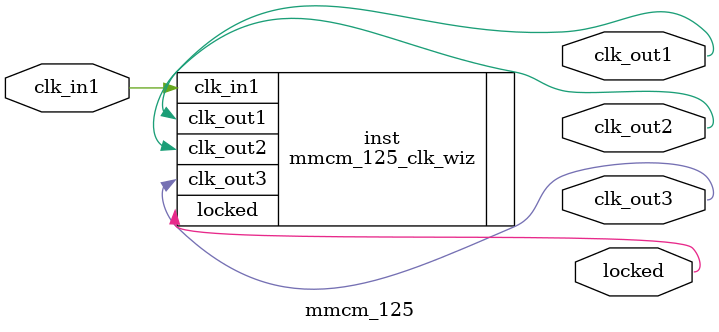
<source format=v>


`timescale 1ps/1ps

(* CORE_GENERATION_INFO = "mmcm_125,clk_wiz_v6_0_3_0_0,{component_name=mmcm_125,use_phase_alignment=true,use_min_o_jitter=false,use_max_i_jitter=false,use_dyn_phase_shift=false,use_inclk_switchover=false,use_dyn_reconfig=false,enable_axi=0,feedback_source=FDBK_AUTO,PRIMITIVE=MMCM,num_out_clk=3,clkin1_period=10.000,clkin2_period=10.000,use_power_down=false,use_reset=false,use_locked=true,use_inclk_stopped=false,feedback_type=SINGLE,CLOCK_MGR_TYPE=NA,manual_override=false}" *)

module mmcm_125 
 (
  // Clock out ports
  output        clk_out1,
  output        clk_out2,
  output        clk_out3,
  // Status and control signals
  output        locked,
 // Clock in ports
  input         clk_in1
 );

  mmcm_125_clk_wiz inst
  (
  // Clock out ports  
  .clk_out1(clk_out1),
  .clk_out2(clk_out2),
  .clk_out3(clk_out3),
  // Status and control signals               
  .locked(locked),
 // Clock in ports
  .clk_in1(clk_in1)
  );

endmodule

</source>
